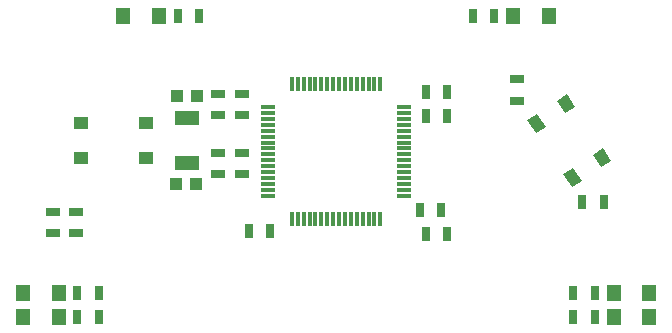
<source format=gbr>
G04 EAGLE Gerber X2 export*
G04 #@! %TF.Part,Single*
G04 #@! %TF.FileFunction,Paste,Top*
G04 #@! %TF.FilePolarity,Positive*
G04 #@! %TF.GenerationSoftware,Autodesk,EAGLE,8.6.0*
G04 #@! %TF.CreationDate,2018-03-08T02:15:54Z*
G75*
%MOMM*%
%FSLAX34Y34*%
%LPD*%
%AMOC8*
5,1,8,0,0,1.08239X$1,22.5*%
G01*
%ADD10R,0.300000X1.200000*%
%ADD11R,1.200000X0.300000*%
%ADD12R,1.200000X0.800000*%
%ADD13R,0.800000X1.200000*%
%ADD14R,1.100000X1.000000*%
%ADD15R,2.000000X1.300000*%
%ADD16R,1.300000X1.000000*%
%ADD17R,1.200000X1.400000*%


D10*
X472500Y507500D03*
X467500Y507500D03*
X462500Y507500D03*
X477500Y507500D03*
X482500Y507500D03*
X487500Y507500D03*
X492500Y507500D03*
X497500Y507500D03*
X507500Y507500D03*
X502500Y507500D03*
X457500Y507500D03*
X452500Y507500D03*
X447500Y507500D03*
X442500Y507500D03*
X437500Y507500D03*
X432500Y507500D03*
D11*
X412500Y452500D03*
X412500Y457500D03*
X412500Y462500D03*
X412500Y467500D03*
X412500Y472500D03*
X412500Y477500D03*
X412500Y482500D03*
X412500Y487500D03*
X412500Y447500D03*
X412500Y442500D03*
X412500Y437500D03*
X412500Y432500D03*
X412500Y427500D03*
X412500Y422500D03*
X412500Y417500D03*
X412500Y412500D03*
D10*
X472500Y392500D03*
X467500Y392500D03*
X462500Y392500D03*
X477500Y392500D03*
X482500Y392500D03*
X487500Y392500D03*
X492500Y392500D03*
X497500Y392500D03*
X507500Y392500D03*
X502500Y392500D03*
X457500Y392500D03*
X452500Y392500D03*
X447500Y392500D03*
X442500Y392500D03*
X437500Y392500D03*
X432500Y392500D03*
D11*
X527500Y452500D03*
X527500Y457500D03*
X527500Y462500D03*
X527500Y467500D03*
X527500Y472500D03*
X527500Y477500D03*
X527500Y482500D03*
X527500Y487500D03*
X527500Y447500D03*
X527500Y442500D03*
X527500Y437500D03*
X527500Y432500D03*
X527500Y427500D03*
X527500Y422500D03*
X527500Y417500D03*
X527500Y412500D03*
D12*
X370000Y499000D03*
X370000Y481000D03*
X390000Y499000D03*
X390000Y481000D03*
X390000Y449000D03*
X390000Y431000D03*
X370000Y449000D03*
X370000Y431000D03*
D13*
X396100Y382300D03*
X414100Y382300D03*
X559000Y400000D03*
X541000Y400000D03*
X564000Y380000D03*
X546000Y380000D03*
X546000Y500000D03*
X564000Y500000D03*
X546000Y480000D03*
X564000Y480000D03*
D14*
X334900Y496700D03*
X351900Y496700D03*
X334700Y422100D03*
X351700Y422100D03*
D15*
X344000Y440000D03*
X344000Y478000D03*
D12*
X250000Y399000D03*
X250000Y381000D03*
X230000Y399000D03*
X230000Y381000D03*
D16*
X253900Y474400D03*
X253900Y444400D03*
X308900Y444400D03*
X308900Y474400D03*
D13*
X678500Y406800D03*
X696500Y406800D03*
D12*
X623200Y492900D03*
X623200Y510900D03*
D16*
G36*
X669694Y419821D02*
X662463Y430622D01*
X670772Y436185D01*
X678003Y425384D01*
X669694Y419821D01*
G37*
G36*
X694624Y436510D02*
X687393Y447311D01*
X695702Y452874D01*
X702933Y442073D01*
X694624Y436510D01*
G37*
G36*
X664028Y482215D02*
X656797Y493016D01*
X665106Y498579D01*
X672337Y487778D01*
X664028Y482215D01*
G37*
G36*
X639098Y465526D02*
X631867Y476327D01*
X640176Y481890D01*
X647407Y471089D01*
X639098Y465526D01*
G37*
D13*
X251000Y310000D03*
X269000Y310000D03*
D17*
X235000Y310000D03*
X205000Y310000D03*
D13*
X251000Y330000D03*
X269000Y330000D03*
D17*
X235000Y330000D03*
X205000Y330000D03*
D13*
X689000Y330000D03*
X671000Y330000D03*
D17*
X705000Y330000D03*
X735000Y330000D03*
D13*
X689000Y310000D03*
X671000Y310000D03*
D17*
X705000Y310000D03*
X735000Y310000D03*
D13*
X336000Y565000D03*
X354000Y565000D03*
D17*
X320000Y565000D03*
X290000Y565000D03*
D13*
X604000Y565000D03*
X586000Y565000D03*
D17*
X620000Y565000D03*
X650000Y565000D03*
M02*

</source>
